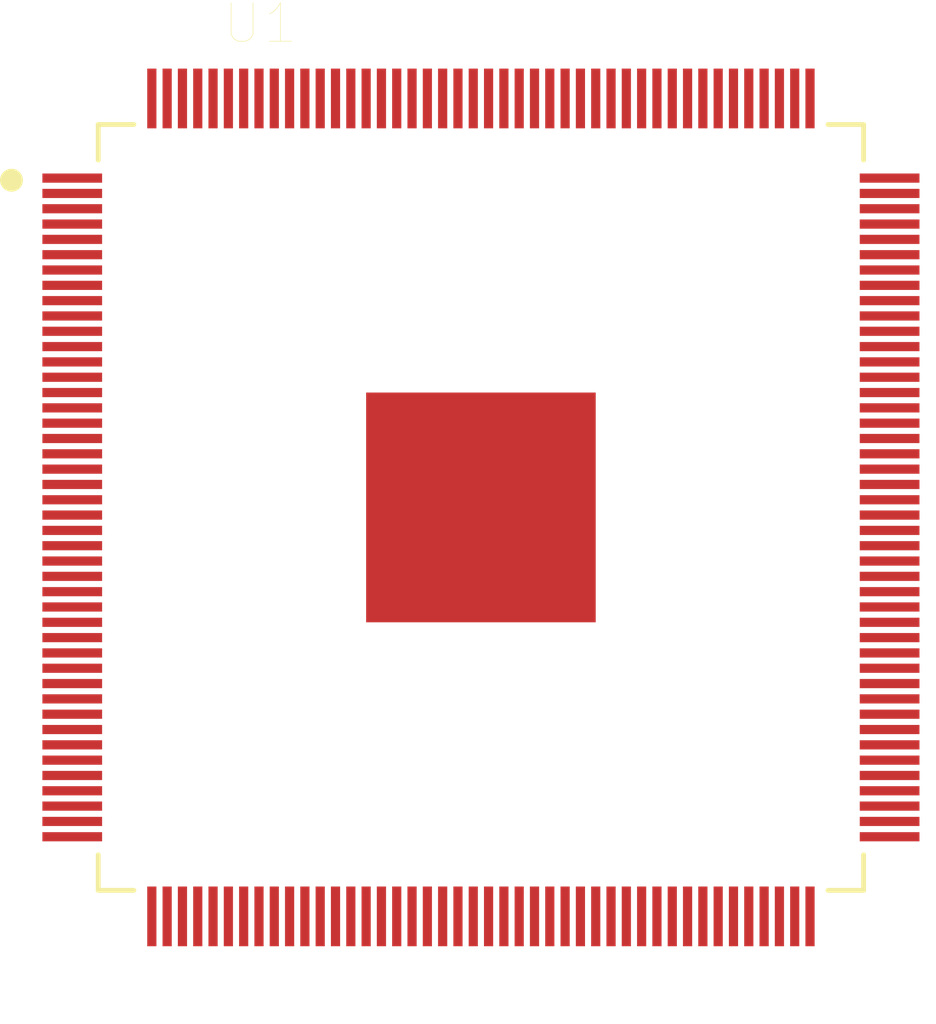
<source format=kicad_pcb>
(kicad_pcb (version 20171130) (host pcbnew "(5.1.7-0-10_14)")

  (general
    (thickness 1.6)
    (drawings 0)
    (tracks 0)
    (zones 0)
    (modules 1)
    (nets 159)
  )

  (page A4)
  (layers
    (0 F.Cu signal)
    (31 B.Cu signal)
    (32 B.Adhes user)
    (33 F.Adhes user)
    (34 B.Paste user)
    (35 F.Paste user)
    (36 B.SilkS user)
    (37 F.SilkS user)
    (38 B.Mask user)
    (39 F.Mask user)
    (40 Dwgs.User user)
    (41 Cmts.User user)
    (42 Eco1.User user)
    (43 Eco2.User user)
    (44 Edge.Cuts user)
    (45 Margin user)
    (46 B.CrtYd user)
    (47 F.CrtYd user)
    (48 B.Fab user)
    (49 F.Fab user)
  )

  (setup
    (last_trace_width 0.25)
    (trace_clearance 0.2)
    (zone_clearance 0.508)
    (zone_45_only no)
    (trace_min 0.2)
    (via_size 0.8)
    (via_drill 0.4)
    (via_min_size 0.4)
    (via_min_drill 0.3)
    (uvia_size 0.3)
    (uvia_drill 0.1)
    (uvias_allowed no)
    (uvia_min_size 0.2)
    (uvia_min_drill 0.1)
    (edge_width 0.05)
    (segment_width 0.2)
    (pcb_text_width 0.3)
    (pcb_text_size 1.5 1.5)
    (mod_edge_width 0.12)
    (mod_text_size 1 1)
    (mod_text_width 0.15)
    (pad_size 1.524 1.524)
    (pad_drill 0.762)
    (pad_to_mask_clearance 0)
    (aux_axis_origin 0 0)
    (grid_origin 948.69 214.63)
    (visible_elements FFFFFF7F)
    (pcbplotparams
      (layerselection 0x010fc_ffffffff)
      (usegerberextensions false)
      (usegerberattributes true)
      (usegerberadvancedattributes true)
      (creategerberjobfile true)
      (excludeedgelayer true)
      (linewidth 0.100000)
      (plotframeref false)
      (viasonmask false)
      (mode 1)
      (useauxorigin false)
      (hpglpennumber 1)
      (hpglpenspeed 20)
      (hpglpendiameter 15.000000)
      (psnegative false)
      (psa4output false)
      (plotreference true)
      (plotvalue true)
      (plotinvisibletext false)
      (padsonsilk false)
      (subtractmaskfromsilk false)
      (outputformat 1)
      (mirror false)
      (drillshape 1)
      (scaleselection 1)
      (outputdirectory ""))
  )

  (net 0 "")
  (net 1 "Net-(U1-Pad177)")
  (net 2 "Net-(U1-Pad109)")
  (net 3 "Net-(U1-Pad100)")
  (net 4 "Net-(U1-Pad97)")
  (net 5 "Net-(U1-Pad96)")
  (net 6 "Net-(U1-Pad95)")
  (net 7 "Net-(U1-Pad94)")
  (net 8 "Net-(U1-Pad93)")
  (net 9 "Net-(U1-Pad92)")
  (net 10 "Net-(U1-Pad91)")
  (net 11 "Net-(U1-Pad90)")
  (net 12 "Net-(U1-Pad89)")
  (net 13 "Net-(U1-Pad44)")
  (net 14 "Net-(U1-Pad23)")
  (net 15 "Net-(U1-Pad42)")
  (net 16 "Net-(U1-Pad41)")
  (net 17 "Net-(U1-Pad40)")
  (net 18 "Net-(U1-Pad39)")
  (net 19 "Net-(U1-Pad38)")
  (net 20 "Net-(U1-Pad37)")
  (net 21 "Net-(U1-Pad36)")
  (net 22 "Net-(U1-Pad34)")
  (net 23 "Net-(U1-Pad33)")
  (net 24 "Net-(U1-Pad32)")
  (net 25 "Net-(U1-Pad31)")
  (net 26 "Net-(U1-Pad29)")
  (net 27 "Net-(U1-Pad28)")
  (net 28 "Net-(U1-Pad27)")
  (net 29 "Net-(U1-Pad26)")
  (net 30 "Net-(U1-Pad25)")
  (net 31 "Net-(U1-Pad24)")
  (net 32 "Net-(U1-Pad22)")
  (net 33 "Net-(U1-Pad21)")
  (net 34 "Net-(U1-Pad20)")
  (net 35 "Net-(U1-Pad19)")
  (net 36 "Net-(U1-Pad18)")
  (net 37 "Net-(U1-Pad17)")
  (net 38 "Net-(U1-Pad11)")
  (net 39 "Net-(U1-Pad159)")
  (net 40 "Net-(U1-Pad158)")
  (net 41 "Net-(U1-Pad157)")
  (net 42 "Net-(U1-Pad88)")
  (net 43 "Net-(U1-Pad87)")
  (net 44 "Net-(U1-Pad86)")
  (net 45 "Net-(U1-Pad85)")
  (net 46 "Net-(U1-Pad84)")
  (net 47 "Net-(U1-Pad83)")
  (net 48 "Net-(U1-Pad82)")
  (net 49 "Net-(U1-Pad81)")
  (net 50 "Net-(U1-Pad80)")
  (net 51 "Net-(U1-Pad79)")
  (net 52 "Net-(U1-Pad78)")
  (net 53 "Net-(U1-Pad77)")
  (net 54 "Net-(U1-Pad76)")
  (net 55 "Net-(U1-Pad75)")
  (net 56 "Net-(U1-Pad74)")
  (net 57 "Net-(U1-Pad72)")
  (net 58 "Net-(U1-Pad71)")
  (net 59 "Net-(U1-Pad70)")
  (net 60 "Net-(U1-Pad69)")
  (net 61 "Net-(U1-Pad68)")
  (net 62 "Net-(U1-Pad67)")
  (net 63 "Net-(U1-Pad66)")
  (net 64 "Net-(U1-Pad65)")
  (net 65 "Net-(U1-Pad64)")
  (net 66 "Net-(U1-Pad63)")
  (net 67 "Net-(U1-Pad61)")
  (net 68 "Net-(U1-Pad60)")
  (net 69 "Net-(U1-Pad59)")
  (net 70 "Net-(U1-Pad58)")
  (net 71 "Net-(U1-Pad57)")
  (net 72 "Net-(U1-Pad56)")
  (net 73 "Net-(U1-Pad55)")
  (net 74 "Net-(U1-Pad54)")
  (net 75 "Net-(U1-Pad52)")
  (net 76 "Net-(U1-Pad51)")
  (net 77 "Net-(U1-Pad50)")
  (net 78 "Net-(U1-Pad49)")
  (net 79 "Net-(U1-Pad48)")
  (net 80 "Net-(U1-Pad47)")
  (net 81 "Net-(U1-Pad46)")
  (net 82 "Net-(U1-Pad45)")
  (net 83 "Net-(U1-Pad132)")
  (net 84 "Net-(U1-Pad131)")
  (net 85 "Net-(U1-Pad130)")
  (net 86 "Net-(U1-Pad129)")
  (net 87 "Net-(U1-Pad128)")
  (net 88 "Net-(U1-Pad127)")
  (net 89 "Net-(U1-Pad126)")
  (net 90 "Net-(U1-Pad125)")
  (net 91 "Net-(U1-Pad124)")
  (net 92 "Net-(U1-Pad123)")
  (net 93 "Net-(U1-Pad122)")
  (net 94 "Net-(U1-Pad121)")
  (net 95 "Net-(U1-Pad120)")
  (net 96 "Net-(U1-Pad119)")
  (net 97 "Net-(U1-Pad118)")
  (net 98 "Net-(U1-Pad117)")
  (net 99 "Net-(U1-Pad116)")
  (net 100 "Net-(U1-Pad115)")
  (net 101 "Net-(U1-Pad114)")
  (net 102 "Net-(U1-Pad113)")
  (net 103 "Net-(U1-Pad112)")
  (net 104 "Net-(U1-Pad111)")
  (net 105 "Net-(U1-Pad110)")
  (net 106 "Net-(U1-Pad108)")
  (net 107 "Net-(U1-Pad107)")
  (net 108 "Net-(U1-Pad106)")
  (net 109 "Net-(U1-Pad105)")
  (net 110 "Net-(U1-Pad104)")
  (net 111 "Net-(U1-Pad103)")
  (net 112 "Net-(U1-Pad102)")
  (net 113 "Net-(U1-Pad101)")
  (net 114 "Net-(U1-Pad15)")
  (net 115 "Net-(U1-Pad14)")
  (net 116 "Net-(U1-Pad13)")
  (net 117 "Net-(U1-Pad12)")
  (net 118 "Net-(U1-Pad10)")
  (net 119 "Net-(U1-Pad8)")
  (net 120 "Net-(U1-Pad7)")
  (net 121 "Net-(U1-Pad6)")
  (net 122 "Net-(U1-Pad3)")
  (net 123 "Net-(U1-Pad2)")
  (net 124 "Net-(U1-Pad1)")
  (net 125 "Net-(U1-Pad176)")
  (net 126 "Net-(U1-Pad175)")
  (net 127 "Net-(U1-Pad174)")
  (net 128 "Net-(U1-Pad172)")
  (net 129 "Net-(U1-Pad171)")
  (net 130 "Net-(U1-Pad170)")
  (net 131 "Net-(U1-Pad168)")
  (net 132 "Net-(U1-Pad167)")
  (net 133 "Net-(U1-Pad166)")
  (net 134 "Net-(U1-Pad165)")
  (net 135 "Net-(U1-Pad162)")
  (net 136 "Net-(U1-Pad161)")
  (net 137 "Net-(U1-Pad160)")
  (net 138 "Net-(U1-Pad155)")
  (net 139 "Net-(U1-Pad154)")
  (net 140 "Net-(U1-Pad153)")
  (net 141 "Net-(U1-Pad152)")
  (net 142 "Net-(U1-Pad151)")
  (net 143 "Net-(U1-Pad150)")
  (net 144 "Net-(U1-Pad148)")
  (net 145 "Net-(U1-Pad147)")
  (net 146 "Net-(U1-Pad146)")
  (net 147 "Net-(U1-Pad145)")
  (net 148 "Net-(U1-Pad144)")
  (net 149 "Net-(U1-Pad143)")
  (net 150 "Net-(U1-Pad141)")
  (net 151 "Net-(U1-Pad140)")
  (net 152 "Net-(U1-Pad139)")
  (net 153 "Net-(U1-Pad138)")
  (net 154 "Net-(U1-Pad137)")
  (net 155 "Net-(U1-Pad136)")
  (net 156 "Net-(U1-Pad135)")
  (net 157 "Net-(U1-Pad134)")
  (net 158 "Net-(U1-Pad133)")

  (net_class Default "This is the default net class."
    (clearance 0.2)
    (trace_width 0.25)
    (via_dia 0.8)
    (via_drill 0.4)
    (uvia_dia 0.3)
    (uvia_drill 0.1)
    (add_net "Net-(U1-Pad1)")
    (add_net "Net-(U1-Pad10)")
    (add_net "Net-(U1-Pad100)")
    (add_net "Net-(U1-Pad101)")
    (add_net "Net-(U1-Pad102)")
    (add_net "Net-(U1-Pad103)")
    (add_net "Net-(U1-Pad104)")
    (add_net "Net-(U1-Pad105)")
    (add_net "Net-(U1-Pad106)")
    (add_net "Net-(U1-Pad107)")
    (add_net "Net-(U1-Pad108)")
    (add_net "Net-(U1-Pad109)")
    (add_net "Net-(U1-Pad11)")
    (add_net "Net-(U1-Pad110)")
    (add_net "Net-(U1-Pad111)")
    (add_net "Net-(U1-Pad112)")
    (add_net "Net-(U1-Pad113)")
    (add_net "Net-(U1-Pad114)")
    (add_net "Net-(U1-Pad115)")
    (add_net "Net-(U1-Pad116)")
    (add_net "Net-(U1-Pad117)")
    (add_net "Net-(U1-Pad118)")
    (add_net "Net-(U1-Pad119)")
    (add_net "Net-(U1-Pad12)")
    (add_net "Net-(U1-Pad120)")
    (add_net "Net-(U1-Pad121)")
    (add_net "Net-(U1-Pad122)")
    (add_net "Net-(U1-Pad123)")
    (add_net "Net-(U1-Pad124)")
    (add_net "Net-(U1-Pad125)")
    (add_net "Net-(U1-Pad126)")
    (add_net "Net-(U1-Pad127)")
    (add_net "Net-(U1-Pad128)")
    (add_net "Net-(U1-Pad129)")
    (add_net "Net-(U1-Pad13)")
    (add_net "Net-(U1-Pad130)")
    (add_net "Net-(U1-Pad131)")
    (add_net "Net-(U1-Pad132)")
    (add_net "Net-(U1-Pad133)")
    (add_net "Net-(U1-Pad134)")
    (add_net "Net-(U1-Pad135)")
    (add_net "Net-(U1-Pad136)")
    (add_net "Net-(U1-Pad137)")
    (add_net "Net-(U1-Pad138)")
    (add_net "Net-(U1-Pad139)")
    (add_net "Net-(U1-Pad14)")
    (add_net "Net-(U1-Pad140)")
    (add_net "Net-(U1-Pad141)")
    (add_net "Net-(U1-Pad143)")
    (add_net "Net-(U1-Pad144)")
    (add_net "Net-(U1-Pad145)")
    (add_net "Net-(U1-Pad146)")
    (add_net "Net-(U1-Pad147)")
    (add_net "Net-(U1-Pad148)")
    (add_net "Net-(U1-Pad15)")
    (add_net "Net-(U1-Pad150)")
    (add_net "Net-(U1-Pad151)")
    (add_net "Net-(U1-Pad152)")
    (add_net "Net-(U1-Pad153)")
    (add_net "Net-(U1-Pad154)")
    (add_net "Net-(U1-Pad155)")
    (add_net "Net-(U1-Pad157)")
    (add_net "Net-(U1-Pad158)")
    (add_net "Net-(U1-Pad159)")
    (add_net "Net-(U1-Pad160)")
    (add_net "Net-(U1-Pad161)")
    (add_net "Net-(U1-Pad162)")
    (add_net "Net-(U1-Pad165)")
    (add_net "Net-(U1-Pad166)")
    (add_net "Net-(U1-Pad167)")
    (add_net "Net-(U1-Pad168)")
    (add_net "Net-(U1-Pad17)")
    (add_net "Net-(U1-Pad170)")
    (add_net "Net-(U1-Pad171)")
    (add_net "Net-(U1-Pad172)")
    (add_net "Net-(U1-Pad174)")
    (add_net "Net-(U1-Pad175)")
    (add_net "Net-(U1-Pad176)")
    (add_net "Net-(U1-Pad177)")
    (add_net "Net-(U1-Pad18)")
    (add_net "Net-(U1-Pad19)")
    (add_net "Net-(U1-Pad2)")
    (add_net "Net-(U1-Pad20)")
    (add_net "Net-(U1-Pad21)")
    (add_net "Net-(U1-Pad22)")
    (add_net "Net-(U1-Pad23)")
    (add_net "Net-(U1-Pad24)")
    (add_net "Net-(U1-Pad25)")
    (add_net "Net-(U1-Pad26)")
    (add_net "Net-(U1-Pad27)")
    (add_net "Net-(U1-Pad28)")
    (add_net "Net-(U1-Pad29)")
    (add_net "Net-(U1-Pad3)")
    (add_net "Net-(U1-Pad31)")
    (add_net "Net-(U1-Pad32)")
    (add_net "Net-(U1-Pad33)")
    (add_net "Net-(U1-Pad34)")
    (add_net "Net-(U1-Pad36)")
    (add_net "Net-(U1-Pad37)")
    (add_net "Net-(U1-Pad38)")
    (add_net "Net-(U1-Pad39)")
    (add_net "Net-(U1-Pad40)")
    (add_net "Net-(U1-Pad41)")
    (add_net "Net-(U1-Pad42)")
    (add_net "Net-(U1-Pad44)")
    (add_net "Net-(U1-Pad45)")
    (add_net "Net-(U1-Pad46)")
    (add_net "Net-(U1-Pad47)")
    (add_net "Net-(U1-Pad48)")
    (add_net "Net-(U1-Pad49)")
    (add_net "Net-(U1-Pad50)")
    (add_net "Net-(U1-Pad51)")
    (add_net "Net-(U1-Pad52)")
    (add_net "Net-(U1-Pad54)")
    (add_net "Net-(U1-Pad55)")
    (add_net "Net-(U1-Pad56)")
    (add_net "Net-(U1-Pad57)")
    (add_net "Net-(U1-Pad58)")
    (add_net "Net-(U1-Pad59)")
    (add_net "Net-(U1-Pad6)")
    (add_net "Net-(U1-Pad60)")
    (add_net "Net-(U1-Pad61)")
    (add_net "Net-(U1-Pad63)")
    (add_net "Net-(U1-Pad64)")
    (add_net "Net-(U1-Pad65)")
    (add_net "Net-(U1-Pad66)")
    (add_net "Net-(U1-Pad67)")
    (add_net "Net-(U1-Pad68)")
    (add_net "Net-(U1-Pad69)")
    (add_net "Net-(U1-Pad7)")
    (add_net "Net-(U1-Pad70)")
    (add_net "Net-(U1-Pad71)")
    (add_net "Net-(U1-Pad72)")
    (add_net "Net-(U1-Pad74)")
    (add_net "Net-(U1-Pad75)")
    (add_net "Net-(U1-Pad76)")
    (add_net "Net-(U1-Pad77)")
    (add_net "Net-(U1-Pad78)")
    (add_net "Net-(U1-Pad79)")
    (add_net "Net-(U1-Pad8)")
    (add_net "Net-(U1-Pad80)")
    (add_net "Net-(U1-Pad81)")
    (add_net "Net-(U1-Pad82)")
    (add_net "Net-(U1-Pad83)")
    (add_net "Net-(U1-Pad84)")
    (add_net "Net-(U1-Pad85)")
    (add_net "Net-(U1-Pad86)")
    (add_net "Net-(U1-Pad87)")
    (add_net "Net-(U1-Pad88)")
    (add_net "Net-(U1-Pad89)")
    (add_net "Net-(U1-Pad90)")
    (add_net "Net-(U1-Pad91)")
    (add_net "Net-(U1-Pad92)")
    (add_net "Net-(U1-Pad93)")
    (add_net "Net-(U1-Pad94)")
    (add_net "Net-(U1-Pad95)")
    (add_net "Net-(U1-Pad96)")
    (add_net "Net-(U1-Pad97)")
  )

  (module Allwinner_A13:QFP40P2200X2200X160-177N (layer F.Cu) (tedit 5FA5EAF7) (tstamp 5FA5FDEF)
    (at 948.69 214.63)
    (descr "176-pin, 0.4mm-pitch QFP<br/>mostly based on IPC-SM-782, but made the pads slightly thinner to increase solder mask tracks.")
    (path /5FA601D0)
    (fp_text reference U1 (at -5.76446 -12.63806) (layer F.SilkS)
      (effects (font (size 1.003244 1.003244) (thickness 0.015)))
    )
    (fp_text value Allwinner-A13 (at 6.59635 12.89261) (layer F.Fab)
      (effects (font (size 1.003638 1.003638) (thickness 0.015)))
    )
    (fp_poly (pts (xy 0.391475 -2.61) (xy 2.61 -2.61) (xy 2.61 -0.391475) (xy 0.391475 -0.391475)) (layer F.Paste) (width 0.01))
    (fp_poly (pts (xy 0.391957 0.39) (xy 2.61 0.39) (xy 2.61 2.6231) (xy 0.391957 2.6231)) (layer F.Paste) (width 0.01))
    (fp_poly (pts (xy -2.61783 0.39) (xy -0.39 0.39) (xy -0.39 2.61783) (xy -2.61783 2.61783)) (layer F.Paste) (width 0.01))
    (fp_poly (pts (xy -2.61283 -2.61) (xy -0.39 -2.61) (xy -0.39 -0.390423) (xy -2.61283 -0.390423)) (layer F.Paste) (width 0.01))
    (fp_circle (center -12.2679 -8.54536) (end -12.1179 -8.54536) (layer F.SilkS) (width 0.3))
    (fp_line (start 10 10) (end -10 10) (layer F.Fab) (width 0.127))
    (fp_line (start 10 -10) (end -10 -10) (layer F.Fab) (width 0.127))
    (fp_line (start 10 10) (end 10 -10) (layer F.Fab) (width 0.127))
    (fp_line (start -10 10) (end -10 -10) (layer F.Fab) (width 0.127))
    (fp_line (start 10 10) (end 9.07 10) (layer F.SilkS) (width 0.127))
    (fp_line (start 10 -10) (end 9.07 -10) (layer F.SilkS) (width 0.127))
    (fp_line (start -10 10) (end -9.07 10) (layer F.SilkS) (width 0.127))
    (fp_line (start -10 -10) (end -9.07 -10) (layer F.SilkS) (width 0.127))
    (fp_line (start 10 10) (end 10 9.07) (layer F.SilkS) (width 0.127))
    (fp_line (start 10 -10) (end 10 -9.07) (layer F.SilkS) (width 0.127))
    (fp_line (start -10 10) (end -10 9.07) (layer F.SilkS) (width 0.127))
    (fp_line (start -10 -10) (end -10 -9.07) (layer F.SilkS) (width 0.127))
    (fp_line (start -11.71 11.71) (end 11.71 11.71) (layer F.CrtYd) (width 0.05))
    (fp_line (start -11.71 -11.71) (end 11.71 -11.71) (layer F.CrtYd) (width 0.05))
    (fp_line (start -11.71 11.71) (end -11.71 -11.71) (layer F.CrtYd) (width 0.05))
    (fp_line (start 11.71 11.71) (end 11.71 -11.71) (layer F.CrtYd) (width 0.05))
    (fp_circle (center -8.76794 -8.54536) (end -8.61794 -8.54536) (layer F.Fab) (width 0.3))
    (pad 177 smd rect (at 0 0) (size 6 6) (layers F.Cu F.Mask)
      (net 1 "Net-(U1-Pad177)"))
    (pad 132 smd rect (at 10.68 -8.6) (size 1.56 0.24) (layers F.Cu F.Paste F.Mask)
      (net 83 "Net-(U1-Pad132)"))
    (pad 131 smd rect (at 10.68 -8.2) (size 1.56 0.24) (layers F.Cu F.Paste F.Mask)
      (net 84 "Net-(U1-Pad131)"))
    (pad 130 smd rect (at 10.68 -7.8) (size 1.56 0.24) (layers F.Cu F.Paste F.Mask)
      (net 85 "Net-(U1-Pad130)"))
    (pad 129 smd rect (at 10.68 -7.4) (size 1.56 0.24) (layers F.Cu F.Paste F.Mask)
      (net 86 "Net-(U1-Pad129)"))
    (pad 128 smd rect (at 10.68 -7) (size 1.56 0.24) (layers F.Cu F.Paste F.Mask)
      (net 87 "Net-(U1-Pad128)"))
    (pad 127 smd rect (at 10.68 -6.6) (size 1.56 0.24) (layers F.Cu F.Paste F.Mask)
      (net 88 "Net-(U1-Pad127)"))
    (pad 126 smd rect (at 10.68 -6.2) (size 1.56 0.24) (layers F.Cu F.Paste F.Mask)
      (net 89 "Net-(U1-Pad126)"))
    (pad 125 smd rect (at 10.68 -5.8) (size 1.56 0.24) (layers F.Cu F.Paste F.Mask)
      (net 90 "Net-(U1-Pad125)"))
    (pad 124 smd rect (at 10.68 -5.4) (size 1.56 0.24) (layers F.Cu F.Paste F.Mask)
      (net 91 "Net-(U1-Pad124)"))
    (pad 123 smd rect (at 10.68 -5) (size 1.56 0.24) (layers F.Cu F.Paste F.Mask)
      (net 92 "Net-(U1-Pad123)"))
    (pad 122 smd rect (at 10.68 -4.6) (size 1.56 0.24) (layers F.Cu F.Paste F.Mask)
      (net 93 "Net-(U1-Pad122)"))
    (pad 121 smd rect (at 10.68 -4.2) (size 1.56 0.24) (layers F.Cu F.Paste F.Mask)
      (net 94 "Net-(U1-Pad121)"))
    (pad 120 smd rect (at 10.68 -3.8) (size 1.56 0.24) (layers F.Cu F.Paste F.Mask)
      (net 95 "Net-(U1-Pad120)"))
    (pad 119 smd rect (at 10.68 -3.4) (size 1.56 0.24) (layers F.Cu F.Paste F.Mask)
      (net 96 "Net-(U1-Pad119)"))
    (pad 118 smd rect (at 10.68 -3) (size 1.56 0.24) (layers F.Cu F.Paste F.Mask)
      (net 97 "Net-(U1-Pad118)"))
    (pad 117 smd rect (at 10.68 -2.6) (size 1.56 0.24) (layers F.Cu F.Paste F.Mask)
      (net 98 "Net-(U1-Pad117)"))
    (pad 116 smd rect (at 10.68 -2.2) (size 1.56 0.24) (layers F.Cu F.Paste F.Mask)
      (net 99 "Net-(U1-Pad116)"))
    (pad 115 smd rect (at 10.68 -1.8) (size 1.56 0.24) (layers F.Cu F.Paste F.Mask)
      (net 100 "Net-(U1-Pad115)"))
    (pad 114 smd rect (at 10.68 -1.4) (size 1.56 0.24) (layers F.Cu F.Paste F.Mask)
      (net 101 "Net-(U1-Pad114)"))
    (pad 113 smd rect (at 10.68 -1) (size 1.56 0.24) (layers F.Cu F.Paste F.Mask)
      (net 102 "Net-(U1-Pad113)"))
    (pad 112 smd rect (at 10.68 -0.6) (size 1.56 0.24) (layers F.Cu F.Paste F.Mask)
      (net 103 "Net-(U1-Pad112)"))
    (pad 111 smd rect (at 10.68 -0.2) (size 1.56 0.24) (layers F.Cu F.Paste F.Mask)
      (net 104 "Net-(U1-Pad111)"))
    (pad 110 smd rect (at 10.68 0.2) (size 1.56 0.24) (layers F.Cu F.Paste F.Mask)
      (net 105 "Net-(U1-Pad110)"))
    (pad 109 smd rect (at 10.68 0.6) (size 1.56 0.24) (layers F.Cu F.Paste F.Mask)
      (net 2 "Net-(U1-Pad109)"))
    (pad 108 smd rect (at 10.68 1) (size 1.56 0.24) (layers F.Cu F.Paste F.Mask)
      (net 106 "Net-(U1-Pad108)"))
    (pad 107 smd rect (at 10.68 1.4) (size 1.56 0.24) (layers F.Cu F.Paste F.Mask)
      (net 107 "Net-(U1-Pad107)"))
    (pad 106 smd rect (at 10.68 1.8) (size 1.56 0.24) (layers F.Cu F.Paste F.Mask)
      (net 108 "Net-(U1-Pad106)"))
    (pad 105 smd rect (at 10.68 2.2) (size 1.56 0.24) (layers F.Cu F.Paste F.Mask)
      (net 109 "Net-(U1-Pad105)"))
    (pad 104 smd rect (at 10.68 2.6) (size 1.56 0.24) (layers F.Cu F.Paste F.Mask)
      (net 110 "Net-(U1-Pad104)"))
    (pad 103 smd rect (at 10.68 3) (size 1.56 0.24) (layers F.Cu F.Paste F.Mask)
      (net 111 "Net-(U1-Pad103)"))
    (pad 102 smd rect (at 10.68 3.4) (size 1.56 0.24) (layers F.Cu F.Paste F.Mask)
      (net 112 "Net-(U1-Pad102)"))
    (pad 101 smd rect (at 10.68 3.8) (size 1.56 0.24) (layers F.Cu F.Paste F.Mask)
      (net 113 "Net-(U1-Pad101)"))
    (pad 100 smd rect (at 10.68 4.2) (size 1.56 0.24) (layers F.Cu F.Paste F.Mask)
      (net 3 "Net-(U1-Pad100)"))
    (pad 99 smd rect (at 10.68 4.6) (size 1.56 0.24) (layers F.Cu F.Paste F.Mask))
    (pad 98 smd rect (at 10.68 5) (size 1.56 0.24) (layers F.Cu F.Paste F.Mask)
      (net 2 "Net-(U1-Pad109)"))
    (pad 97 smd rect (at 10.68 5.4) (size 1.56 0.24) (layers F.Cu F.Paste F.Mask)
      (net 4 "Net-(U1-Pad97)"))
    (pad 96 smd rect (at 10.68 5.8) (size 1.56 0.24) (layers F.Cu F.Paste F.Mask)
      (net 5 "Net-(U1-Pad96)"))
    (pad 95 smd rect (at 10.68 6.2) (size 1.56 0.24) (layers F.Cu F.Paste F.Mask)
      (net 6 "Net-(U1-Pad95)"))
    (pad 94 smd rect (at 10.68 6.6) (size 1.56 0.24) (layers F.Cu F.Paste F.Mask)
      (net 7 "Net-(U1-Pad94)"))
    (pad 93 smd rect (at 10.68 7) (size 1.56 0.24) (layers F.Cu F.Paste F.Mask)
      (net 8 "Net-(U1-Pad93)"))
    (pad 92 smd rect (at 10.68 7.4) (size 1.56 0.24) (layers F.Cu F.Paste F.Mask)
      (net 9 "Net-(U1-Pad92)"))
    (pad 91 smd rect (at 10.68 7.8) (size 1.56 0.24) (layers F.Cu F.Paste F.Mask)
      (net 10 "Net-(U1-Pad91)"))
    (pad 90 smd rect (at 10.68 8.2) (size 1.56 0.24) (layers F.Cu F.Paste F.Mask)
      (net 11 "Net-(U1-Pad90)"))
    (pad 89 smd rect (at 10.68 8.6) (size 1.56 0.24) (layers F.Cu F.Paste F.Mask)
      (net 12 "Net-(U1-Pad89)"))
    (pad 44 smd rect (at -10.68 8.6) (size 1.56 0.24) (layers F.Cu F.Paste F.Mask)
      (net 13 "Net-(U1-Pad44)"))
    (pad 43 smd rect (at -10.68 8.2) (size 1.56 0.24) (layers F.Cu F.Paste F.Mask)
      (net 14 "Net-(U1-Pad23)"))
    (pad 42 smd rect (at -10.68 7.8) (size 1.56 0.24) (layers F.Cu F.Paste F.Mask)
      (net 15 "Net-(U1-Pad42)"))
    (pad 41 smd rect (at -10.68 7.4) (size 1.56 0.24) (layers F.Cu F.Paste F.Mask)
      (net 16 "Net-(U1-Pad41)"))
    (pad 40 smd rect (at -10.68 7) (size 1.56 0.24) (layers F.Cu F.Paste F.Mask)
      (net 17 "Net-(U1-Pad40)"))
    (pad 39 smd rect (at -10.68 6.6) (size 1.56 0.24) (layers F.Cu F.Paste F.Mask)
      (net 18 "Net-(U1-Pad39)"))
    (pad 38 smd rect (at -10.68 6.2) (size 1.56 0.24) (layers F.Cu F.Paste F.Mask)
      (net 19 "Net-(U1-Pad38)"))
    (pad 37 smd rect (at -10.68 5.8) (size 1.56 0.24) (layers F.Cu F.Paste F.Mask)
      (net 20 "Net-(U1-Pad37)"))
    (pad 36 smd rect (at -10.68 5.4) (size 1.56 0.24) (layers F.Cu F.Paste F.Mask)
      (net 21 "Net-(U1-Pad36)"))
    (pad 35 smd rect (at -10.68 5) (size 1.56 0.24) (layers F.Cu F.Paste F.Mask)
      (net 2 "Net-(U1-Pad109)"))
    (pad 34 smd rect (at -10.68 4.6) (size 1.56 0.24) (layers F.Cu F.Paste F.Mask)
      (net 22 "Net-(U1-Pad34)"))
    (pad 33 smd rect (at -10.68 4.2) (size 1.56 0.24) (layers F.Cu F.Paste F.Mask)
      (net 23 "Net-(U1-Pad33)"))
    (pad 32 smd rect (at -10.68 3.8) (size 1.56 0.24) (layers F.Cu F.Paste F.Mask)
      (net 24 "Net-(U1-Pad32)"))
    (pad 31 smd rect (at -10.68 3.4) (size 1.56 0.24) (layers F.Cu F.Paste F.Mask)
      (net 25 "Net-(U1-Pad31)"))
    (pad 30 smd rect (at -10.68 3) (size 1.56 0.24) (layers F.Cu F.Paste F.Mask)
      (net 14 "Net-(U1-Pad23)"))
    (pad 29 smd rect (at -10.68 2.6) (size 1.56 0.24) (layers F.Cu F.Paste F.Mask)
      (net 26 "Net-(U1-Pad29)"))
    (pad 28 smd rect (at -10.68 2.2) (size 1.56 0.24) (layers F.Cu F.Paste F.Mask)
      (net 27 "Net-(U1-Pad28)"))
    (pad 27 smd rect (at -10.68 1.8) (size 1.56 0.24) (layers F.Cu F.Paste F.Mask)
      (net 28 "Net-(U1-Pad27)"))
    (pad 26 smd rect (at -10.68 1.4) (size 1.56 0.24) (layers F.Cu F.Paste F.Mask)
      (net 29 "Net-(U1-Pad26)"))
    (pad 25 smd rect (at -10.68 1) (size 1.56 0.24) (layers F.Cu F.Paste F.Mask)
      (net 30 "Net-(U1-Pad25)"))
    (pad 24 smd rect (at -10.68 0.6) (size 1.56 0.24) (layers F.Cu F.Paste F.Mask)
      (net 31 "Net-(U1-Pad24)"))
    (pad 23 smd rect (at -10.68 0.2) (size 1.56 0.24) (layers F.Cu F.Paste F.Mask)
      (net 14 "Net-(U1-Pad23)"))
    (pad 22 smd rect (at -10.68 -0.2) (size 1.56 0.24) (layers F.Cu F.Paste F.Mask)
      (net 32 "Net-(U1-Pad22)"))
    (pad 21 smd rect (at -10.68 -0.6) (size 1.56 0.24) (layers F.Cu F.Paste F.Mask)
      (net 33 "Net-(U1-Pad21)"))
    (pad 20 smd rect (at -10.68 -1) (size 1.56 0.24) (layers F.Cu F.Paste F.Mask)
      (net 34 "Net-(U1-Pad20)"))
    (pad 19 smd rect (at -10.68 -1.4) (size 1.56 0.24) (layers F.Cu F.Paste F.Mask)
      (net 35 "Net-(U1-Pad19)"))
    (pad 18 smd rect (at -10.68 -1.8) (size 1.56 0.24) (layers F.Cu F.Paste F.Mask)
      (net 36 "Net-(U1-Pad18)"))
    (pad 17 smd rect (at -10.68 -2.2) (size 1.56 0.24) (layers F.Cu F.Paste F.Mask)
      (net 37 "Net-(U1-Pad17)"))
    (pad 16 smd rect (at -10.68 -2.6) (size 1.56 0.24) (layers F.Cu F.Paste F.Mask)
      (net 38 "Net-(U1-Pad11)"))
    (pad 15 smd rect (at -10.68 -3) (size 1.56 0.24) (layers F.Cu F.Paste F.Mask)
      (net 114 "Net-(U1-Pad15)"))
    (pad 14 smd rect (at -10.68 -3.4) (size 1.56 0.24) (layers F.Cu F.Paste F.Mask)
      (net 115 "Net-(U1-Pad14)"))
    (pad 13 smd rect (at -10.68 -3.8) (size 1.56 0.24) (layers F.Cu F.Paste F.Mask)
      (net 116 "Net-(U1-Pad13)"))
    (pad 12 smd rect (at -10.68 -4.2) (size 1.56 0.24) (layers F.Cu F.Paste F.Mask)
      (net 117 "Net-(U1-Pad12)"))
    (pad 11 smd rect (at -10.68 -4.6) (size 1.56 0.24) (layers F.Cu F.Paste F.Mask)
      (net 38 "Net-(U1-Pad11)"))
    (pad 10 smd rect (at -10.68 -5) (size 1.56 0.24) (layers F.Cu F.Paste F.Mask)
      (net 118 "Net-(U1-Pad10)"))
    (pad 9 smd rect (at -10.68 -5.4) (size 1.56 0.24) (layers F.Cu F.Paste F.Mask)
      (net 38 "Net-(U1-Pad11)"))
    (pad 8 smd rect (at -10.68 -5.8) (size 1.56 0.24) (layers F.Cu F.Paste F.Mask)
      (net 119 "Net-(U1-Pad8)"))
    (pad 7 smd rect (at -10.68 -6.2) (size 1.56 0.24) (layers F.Cu F.Paste F.Mask)
      (net 120 "Net-(U1-Pad7)"))
    (pad 6 smd rect (at -10.68 -6.6) (size 1.56 0.24) (layers F.Cu F.Paste F.Mask)
      (net 121 "Net-(U1-Pad6)"))
    (pad 5 smd rect (at -10.68 -7) (size 1.56 0.24) (layers F.Cu F.Paste F.Mask)
      (net 3 "Net-(U1-Pad100)"))
    (pad 4 smd rect (at -10.68 -7.4) (size 1.56 0.24) (layers F.Cu F.Paste F.Mask)
      (net 38 "Net-(U1-Pad11)"))
    (pad 3 smd rect (at -10.68 -7.8) (size 1.56 0.24) (layers F.Cu F.Paste F.Mask)
      (net 122 "Net-(U1-Pad3)"))
    (pad 2 smd rect (at -10.68 -8.2) (size 1.56 0.24) (layers F.Cu F.Paste F.Mask)
      (net 123 "Net-(U1-Pad2)"))
    (pad 1 smd rect (at -10.68 -8.6) (size 1.56 0.24) (layers F.Cu F.Paste F.Mask)
      (net 124 "Net-(U1-Pad1)"))
    (pad 176 smd rect (at -8.6 -10.68) (size 0.24 1.56) (layers F.Cu F.Paste F.Mask)
      (net 125 "Net-(U1-Pad176)"))
    (pad 175 smd rect (at -8.2 -10.68) (size 0.24 1.56) (layers F.Cu F.Paste F.Mask)
      (net 126 "Net-(U1-Pad175)"))
    (pad 174 smd rect (at -7.8 -10.68) (size 0.24 1.56) (layers F.Cu F.Paste F.Mask)
      (net 127 "Net-(U1-Pad174)"))
    (pad 173 smd rect (at -7.4 -10.68) (size 0.24 1.56) (layers F.Cu F.Paste F.Mask)
      (net 38 "Net-(U1-Pad11)"))
    (pad 172 smd rect (at -7 -10.68) (size 0.24 1.56) (layers F.Cu F.Paste F.Mask)
      (net 128 "Net-(U1-Pad172)"))
    (pad 171 smd rect (at -6.6 -10.68) (size 0.24 1.56) (layers F.Cu F.Paste F.Mask)
      (net 129 "Net-(U1-Pad171)"))
    (pad 170 smd rect (at -6.2 -10.68) (size 0.24 1.56) (layers F.Cu F.Paste F.Mask)
      (net 130 "Net-(U1-Pad170)"))
    (pad 169 smd rect (at -5.8 -10.68) (size 0.24 1.56) (layers F.Cu F.Paste F.Mask)
      (net 38 "Net-(U1-Pad11)"))
    (pad 168 smd rect (at -5.4 -10.68) (size 0.24 1.56) (layers F.Cu F.Paste F.Mask)
      (net 131 "Net-(U1-Pad168)"))
    (pad 167 smd rect (at -5 -10.68) (size 0.24 1.56) (layers F.Cu F.Paste F.Mask)
      (net 132 "Net-(U1-Pad167)"))
    (pad 166 smd rect (at -4.6 -10.68) (size 0.24 1.56) (layers F.Cu F.Paste F.Mask)
      (net 133 "Net-(U1-Pad166)"))
    (pad 165 smd rect (at -4.2 -10.68) (size 0.24 1.56) (layers F.Cu F.Paste F.Mask)
      (net 134 "Net-(U1-Pad165)"))
    (pad 164 smd rect (at -3.8 -10.68) (size 0.24 1.56) (layers F.Cu F.Paste F.Mask)
      (net 38 "Net-(U1-Pad11)"))
    (pad 163 smd rect (at -3.4 -10.68) (size 0.24 1.56) (layers F.Cu F.Paste F.Mask)
      (net 3 "Net-(U1-Pad100)"))
    (pad 162 smd rect (at -3 -10.68) (size 0.24 1.56) (layers F.Cu F.Paste F.Mask)
      (net 135 "Net-(U1-Pad162)"))
    (pad 161 smd rect (at -2.6 -10.68) (size 0.24 1.56) (layers F.Cu F.Paste F.Mask)
      (net 136 "Net-(U1-Pad161)"))
    (pad 160 smd rect (at -2.2 -10.68) (size 0.24 1.56) (layers F.Cu F.Paste F.Mask)
      (net 137 "Net-(U1-Pad160)"))
    (pad 159 smd rect (at -1.8 -10.68) (size 0.24 1.56) (layers F.Cu F.Paste F.Mask)
      (net 39 "Net-(U1-Pad159)"))
    (pad 158 smd rect (at -1.4 -10.68) (size 0.24 1.56) (layers F.Cu F.Paste F.Mask)
      (net 40 "Net-(U1-Pad158)"))
    (pad 157 smd rect (at -1 -10.68) (size 0.24 1.56) (layers F.Cu F.Paste F.Mask)
      (net 41 "Net-(U1-Pad157)"))
    (pad 156 smd rect (at -0.6 -10.68) (size 0.24 1.56) (layers F.Cu F.Paste F.Mask)
      (net 38 "Net-(U1-Pad11)"))
    (pad 155 smd rect (at -0.2 -10.68) (size 0.24 1.56) (layers F.Cu F.Paste F.Mask)
      (net 138 "Net-(U1-Pad155)"))
    (pad 154 smd rect (at 0.2 -10.68) (size 0.24 1.56) (layers F.Cu F.Paste F.Mask)
      (net 139 "Net-(U1-Pad154)"))
    (pad 153 smd rect (at 0.6 -10.68) (size 0.24 1.56) (layers F.Cu F.Paste F.Mask)
      (net 140 "Net-(U1-Pad153)"))
    (pad 152 smd rect (at 1 -10.68) (size 0.24 1.56) (layers F.Cu F.Paste F.Mask)
      (net 141 "Net-(U1-Pad152)"))
    (pad 151 smd rect (at 1.4 -10.68) (size 0.24 1.56) (layers F.Cu F.Paste F.Mask)
      (net 142 "Net-(U1-Pad151)"))
    (pad 150 smd rect (at 1.8 -10.68) (size 0.24 1.56) (layers F.Cu F.Paste F.Mask)
      (net 143 "Net-(U1-Pad150)"))
    (pad 149 smd rect (at 2.2 -10.68) (size 0.24 1.56) (layers F.Cu F.Paste F.Mask)
      (net 2 "Net-(U1-Pad109)"))
    (pad 148 smd rect (at 2.6 -10.68) (size 0.24 1.56) (layers F.Cu F.Paste F.Mask)
      (net 144 "Net-(U1-Pad148)"))
    (pad 147 smd rect (at 3 -10.68) (size 0.24 1.56) (layers F.Cu F.Paste F.Mask)
      (net 145 "Net-(U1-Pad147)"))
    (pad 146 smd rect (at 3.4 -10.68) (size 0.24 1.56) (layers F.Cu F.Paste F.Mask)
      (net 146 "Net-(U1-Pad146)"))
    (pad 145 smd rect (at 3.8 -10.68) (size 0.24 1.56) (layers F.Cu F.Paste F.Mask)
      (net 147 "Net-(U1-Pad145)"))
    (pad 144 smd rect (at 4.2 -10.68) (size 0.24 1.56) (layers F.Cu F.Paste F.Mask)
      (net 148 "Net-(U1-Pad144)"))
    (pad 143 smd rect (at 4.6 -10.68) (size 0.24 1.56) (layers F.Cu F.Paste F.Mask)
      (net 149 "Net-(U1-Pad143)"))
    (pad 142 smd rect (at 5 -10.68) (size 0.24 1.56) (layers F.Cu F.Paste F.Mask)
      (net 3 "Net-(U1-Pad100)"))
    (pad 141 smd rect (at 5.4 -10.68) (size 0.24 1.56) (layers F.Cu F.Paste F.Mask)
      (net 150 "Net-(U1-Pad141)"))
    (pad 140 smd rect (at 5.8 -10.68) (size 0.24 1.56) (layers F.Cu F.Paste F.Mask)
      (net 151 "Net-(U1-Pad140)"))
    (pad 139 smd rect (at 6.2 -10.68) (size 0.24 1.56) (layers F.Cu F.Paste F.Mask)
      (net 152 "Net-(U1-Pad139)"))
    (pad 138 smd rect (at 6.6 -10.68) (size 0.24 1.56) (layers F.Cu F.Paste F.Mask)
      (net 153 "Net-(U1-Pad138)"))
    (pad 137 smd rect (at 7 -10.68) (size 0.24 1.56) (layers F.Cu F.Paste F.Mask)
      (net 154 "Net-(U1-Pad137)"))
    (pad 136 smd rect (at 7.4 -10.68) (size 0.24 1.56) (layers F.Cu F.Paste F.Mask)
      (net 155 "Net-(U1-Pad136)"))
    (pad 135 smd rect (at 7.8 -10.68) (size 0.24 1.56) (layers F.Cu F.Paste F.Mask)
      (net 156 "Net-(U1-Pad135)"))
    (pad 134 smd rect (at 8.2 -10.68) (size 0.24 1.56) (layers F.Cu F.Paste F.Mask)
      (net 157 "Net-(U1-Pad134)"))
    (pad 133 smd rect (at 8.6 -10.68) (size 0.24 1.56) (layers F.Cu F.Paste F.Mask)
      (net 158 "Net-(U1-Pad133)"))
    (pad 88 smd rect (at 8.6 10.68) (size 0.24 1.56) (layers F.Cu F.Paste F.Mask)
      (net 42 "Net-(U1-Pad88)"))
    (pad 87 smd rect (at 8.2 10.68) (size 0.24 1.56) (layers F.Cu F.Paste F.Mask)
      (net 43 "Net-(U1-Pad87)"))
    (pad 86 smd rect (at 7.8 10.68) (size 0.24 1.56) (layers F.Cu F.Paste F.Mask)
      (net 44 "Net-(U1-Pad86)"))
    (pad 85 smd rect (at 7.4 10.68) (size 0.24 1.56) (layers F.Cu F.Paste F.Mask)
      (net 45 "Net-(U1-Pad85)"))
    (pad 84 smd rect (at 7 10.68) (size 0.24 1.56) (layers F.Cu F.Paste F.Mask)
      (net 46 "Net-(U1-Pad84)"))
    (pad 83 smd rect (at 6.6 10.68) (size 0.24 1.56) (layers F.Cu F.Paste F.Mask)
      (net 47 "Net-(U1-Pad83)"))
    (pad 82 smd rect (at 6.2 10.68) (size 0.24 1.56) (layers F.Cu F.Paste F.Mask)
      (net 48 "Net-(U1-Pad82)"))
    (pad 81 smd rect (at 5.8 10.68) (size 0.24 1.56) (layers F.Cu F.Paste F.Mask)
      (net 49 "Net-(U1-Pad81)"))
    (pad 80 smd rect (at 5.4 10.68) (size 0.24 1.56) (layers F.Cu F.Paste F.Mask)
      (net 50 "Net-(U1-Pad80)"))
    (pad 79 smd rect (at 5 10.68) (size 0.24 1.56) (layers F.Cu F.Paste F.Mask)
      (net 51 "Net-(U1-Pad79)"))
    (pad 78 smd rect (at 4.6 10.68) (size 0.24 1.56) (layers F.Cu F.Paste F.Mask)
      (net 52 "Net-(U1-Pad78)"))
    (pad 77 smd rect (at 4.2 10.68) (size 0.24 1.56) (layers F.Cu F.Paste F.Mask)
      (net 53 "Net-(U1-Pad77)"))
    (pad 76 smd rect (at 3.8 10.68) (size 0.24 1.56) (layers F.Cu F.Paste F.Mask)
      (net 54 "Net-(U1-Pad76)"))
    (pad 75 smd rect (at 3.4 10.68) (size 0.24 1.56) (layers F.Cu F.Paste F.Mask)
      (net 55 "Net-(U1-Pad75)"))
    (pad 74 smd rect (at 3 10.68) (size 0.24 1.56) (layers F.Cu F.Paste F.Mask)
      (net 56 "Net-(U1-Pad74)"))
    (pad 73 smd rect (at 2.6 10.68) (size 0.24 1.56) (layers F.Cu F.Paste F.Mask)
      (net 2 "Net-(U1-Pad109)"))
    (pad 72 smd rect (at 2.2 10.68) (size 0.24 1.56) (layers F.Cu F.Paste F.Mask)
      (net 57 "Net-(U1-Pad72)"))
    (pad 71 smd rect (at 1.8 10.68) (size 0.24 1.56) (layers F.Cu F.Paste F.Mask)
      (net 58 "Net-(U1-Pad71)"))
    (pad 70 smd rect (at 1.4 10.68) (size 0.24 1.56) (layers F.Cu F.Paste F.Mask)
      (net 59 "Net-(U1-Pad70)"))
    (pad 69 smd rect (at 1 10.68) (size 0.24 1.56) (layers F.Cu F.Paste F.Mask)
      (net 60 "Net-(U1-Pad69)"))
    (pad 68 smd rect (at 0.6 10.68) (size 0.24 1.56) (layers F.Cu F.Paste F.Mask)
      (net 61 "Net-(U1-Pad68)"))
    (pad 67 smd rect (at 0.2 10.68) (size 0.24 1.56) (layers F.Cu F.Paste F.Mask)
      (net 62 "Net-(U1-Pad67)"))
    (pad 66 smd rect (at -0.2 10.68) (size 0.24 1.56) (layers F.Cu F.Paste F.Mask)
      (net 63 "Net-(U1-Pad66)"))
    (pad 65 smd rect (at -0.6 10.68) (size 0.24 1.56) (layers F.Cu F.Paste F.Mask)
      (net 64 "Net-(U1-Pad65)"))
    (pad 64 smd rect (at -1 10.68) (size 0.24 1.56) (layers F.Cu F.Paste F.Mask)
      (net 65 "Net-(U1-Pad64)"))
    (pad 63 smd rect (at -1.4 10.68) (size 0.24 1.56) (layers F.Cu F.Paste F.Mask)
      (net 66 "Net-(U1-Pad63)"))
    (pad 62 smd rect (at -1.8 10.68) (size 0.24 1.56) (layers F.Cu F.Paste F.Mask)
      (net 14 "Net-(U1-Pad23)"))
    (pad 61 smd rect (at -2.2 10.68) (size 0.24 1.56) (layers F.Cu F.Paste F.Mask)
      (net 67 "Net-(U1-Pad61)"))
    (pad 60 smd rect (at -2.6 10.68) (size 0.24 1.56) (layers F.Cu F.Paste F.Mask)
      (net 68 "Net-(U1-Pad60)"))
    (pad 59 smd rect (at -3 10.68) (size 0.24 1.56) (layers F.Cu F.Paste F.Mask)
      (net 69 "Net-(U1-Pad59)"))
    (pad 58 smd rect (at -3.4 10.68) (size 0.24 1.56) (layers F.Cu F.Paste F.Mask)
      (net 70 "Net-(U1-Pad58)"))
    (pad 57 smd rect (at -3.8 10.68) (size 0.24 1.56) (layers F.Cu F.Paste F.Mask)
      (net 71 "Net-(U1-Pad57)"))
    (pad 56 smd rect (at -4.2 10.68) (size 0.24 1.56) (layers F.Cu F.Paste F.Mask)
      (net 72 "Net-(U1-Pad56)"))
    (pad 55 smd rect (at -4.6 10.68) (size 0.24 1.56) (layers F.Cu F.Paste F.Mask)
      (net 73 "Net-(U1-Pad55)"))
    (pad 54 smd rect (at -5 10.68) (size 0.24 1.56) (layers F.Cu F.Paste F.Mask)
      (net 74 "Net-(U1-Pad54)"))
    (pad 53 smd rect (at -5.4 10.68) (size 0.24 1.56) (layers F.Cu F.Paste F.Mask)
      (net 14 "Net-(U1-Pad23)"))
    (pad 52 smd rect (at -5.8 10.68) (size 0.24 1.56) (layers F.Cu F.Paste F.Mask)
      (net 75 "Net-(U1-Pad52)"))
    (pad 51 smd rect (at -6.2 10.68) (size 0.24 1.56) (layers F.Cu F.Paste F.Mask)
      (net 76 "Net-(U1-Pad51)"))
    (pad 50 smd rect (at -6.6 10.68) (size 0.24 1.56) (layers F.Cu F.Paste F.Mask)
      (net 77 "Net-(U1-Pad50)"))
    (pad 49 smd rect (at -7 10.68) (size 0.24 1.56) (layers F.Cu F.Paste F.Mask)
      (net 78 "Net-(U1-Pad49)"))
    (pad 48 smd rect (at -7.4 10.68) (size 0.24 1.56) (layers F.Cu F.Paste F.Mask)
      (net 79 "Net-(U1-Pad48)"))
    (pad 47 smd rect (at -7.8 10.68) (size 0.24 1.56) (layers F.Cu F.Paste F.Mask)
      (net 80 "Net-(U1-Pad47)"))
    (pad 46 smd rect (at -8.2 10.68) (size 0.24 1.56) (layers F.Cu F.Paste F.Mask)
      (net 81 "Net-(U1-Pad46)"))
    (pad 45 smd rect (at -8.6 10.68) (size 0.24 1.56) (layers F.Cu F.Paste F.Mask)
      (net 82 "Net-(U1-Pad45)"))
  )

)

</source>
